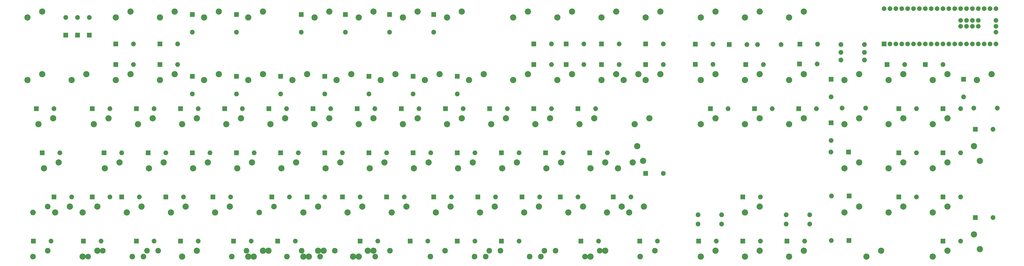
<source format=gbr>
G04 #@! TF.FileFunction,Soldermask,Bot*
%FSLAX46Y46*%
G04 Gerber Fmt 4.6, Leading zero omitted, Abs format (unit mm)*
G04 Created by KiCad (PCBNEW 4.0.5+dfsg1-4) date Tue Aug 15 04:46:25 2017*
%MOMM*%
%LPD*%
G01*
G04 APERTURE LIST*
%ADD10C,0.100000*%
%ADD11C,2.686000*%
%ADD12C,2.432000*%
%ADD13C,2.051000*%
%ADD14R,2.051000X2.051000*%
%ADD15C,2.000000*%
%ADD16R,2.000000X2.000000*%
G04 APERTURE END LIST*
D10*
D11*
X285115000Y-47307500D03*
X278765000Y-49847500D03*
X294640000Y-47307500D03*
X288290000Y-49847500D03*
X275590000Y-47307500D03*
X269240000Y-49847500D03*
X287496000Y-104458000D03*
X281146000Y-106998000D03*
X277955000Y-104458000D03*
X271605000Y-106998000D03*
X282735000Y-85407500D03*
X276385000Y-87947500D03*
X284655000Y-78422500D03*
X287195000Y-84772500D03*
X270828000Y-85407500D03*
X264478000Y-87947500D03*
X123190000Y-123508000D03*
X116840000Y-126048000D03*
D12*
X225596000Y-123508000D03*
X219246000Y-126048000D03*
X220821000Y-123508000D03*
X214471000Y-126048000D03*
D11*
X270828000Y-123508000D03*
X264478000Y-126048000D03*
D12*
X268446000Y-123508000D03*
X262096000Y-126048000D03*
X249396000Y-123508000D03*
X243046000Y-126048000D03*
X244634000Y-123508000D03*
X238284000Y-126048000D03*
D11*
X168434000Y-123508000D03*
X162084000Y-126048000D03*
X170812000Y-123508000D03*
X164462000Y-126048000D03*
D12*
X177965000Y-123508000D03*
X171615000Y-126048000D03*
X154146000Y-123508000D03*
X147796000Y-126048000D03*
D11*
X147002000Y-123508000D03*
X140652000Y-126048000D03*
D12*
X139827000Y-123508000D03*
X133477000Y-126048000D03*
X116027000Y-123508000D03*
X109677000Y-126048000D03*
D11*
X149384000Y-123508000D03*
X143034000Y-126048000D03*
X125555000Y-123508000D03*
X119205000Y-126048000D03*
X51736600Y-104458000D03*
X45386600Y-106998000D03*
X39847800Y-104458000D03*
X33497800Y-106998000D03*
D12*
X30305400Y-104458000D03*
X23955400Y-106998000D03*
X77946200Y-123508000D03*
X71596200Y-126048000D03*
X73183800Y-123508000D03*
X66833800Y-126048000D03*
X54133800Y-123508000D03*
X47783800Y-126048000D03*
D11*
X51752500Y-123508000D03*
X45402500Y-126048000D03*
D13*
X247650000Y-34290000D03*
D14*
X240030000Y-34290000D03*
D13*
X261620000Y-34290000D03*
D14*
X254000000Y-34290000D03*
D13*
X276860000Y-34290000D03*
D14*
X269240000Y-34290000D03*
D13*
X295910000Y-34290000D03*
D14*
X288290000Y-34290000D03*
D13*
X317310000Y-34350000D03*
D14*
X309690000Y-34350000D03*
D13*
X331960000Y-34500000D03*
D14*
X324340000Y-34500000D03*
D13*
X362410000Y-34400000D03*
D14*
X354790000Y-34400000D03*
D13*
X38100000Y-22860000D03*
D14*
X38100000Y-30480000D03*
D13*
X207010000Y-55880000D03*
D14*
X207010000Y-48260000D03*
D13*
X247650000Y-43180000D03*
D14*
X240030000Y-43180000D03*
D13*
X261620000Y-43180000D03*
D14*
X254000000Y-43180000D03*
D13*
X276860000Y-43180000D03*
D14*
X269240000Y-43180000D03*
D13*
X295910000Y-43180000D03*
D14*
X288290000Y-43180000D03*
D13*
X317360000Y-43050000D03*
D14*
X309740000Y-43050000D03*
D13*
X339090000Y-43180000D03*
D14*
X331470000Y-43180000D03*
D13*
X362260000Y-42900000D03*
D14*
X354640000Y-42900000D03*
D13*
X368300000Y-57160000D03*
D14*
X368300000Y-49540000D03*
D13*
X400050000Y-43180000D03*
D14*
X392430000Y-43180000D03*
D13*
X416560000Y-43180000D03*
D14*
X408940000Y-43180000D03*
D13*
X425450000Y-57150000D03*
D14*
X425450000Y-49530000D03*
D13*
X228600000Y-62230000D03*
D14*
X220980000Y-62230000D03*
D13*
X247650000Y-62230000D03*
D14*
X240030000Y-62230000D03*
D13*
X266700000Y-62230000D03*
D14*
X259080000Y-62230000D03*
D13*
X323850000Y-62230000D03*
D14*
X316230000Y-62230000D03*
D13*
X342900000Y-62230000D03*
D14*
X335280000Y-62230000D03*
D13*
X361950000Y-62230000D03*
D14*
X354330000Y-62230000D03*
D13*
X368300000Y-75910000D03*
D14*
X368300000Y-68290000D03*
D13*
X405130000Y-62230000D03*
D14*
X397510000Y-62230000D03*
D13*
X424180000Y-62230000D03*
D14*
X416560000Y-62230000D03*
D13*
X233680000Y-81280000D03*
D14*
X226060000Y-81280000D03*
D13*
X252730000Y-81280000D03*
D14*
X245110000Y-81280000D03*
D13*
X271780000Y-81280000D03*
D14*
X264160000Y-81280000D03*
D13*
X295910000Y-90170000D03*
D14*
X288290000Y-90170000D03*
D13*
X368240000Y-80950000D03*
D14*
X375860000Y-80950000D03*
D13*
X405130000Y-81280000D03*
D14*
X397510000Y-81280000D03*
D13*
X424180000Y-81280000D03*
D14*
X416560000Y-81280000D03*
D13*
X438150000Y-71120000D03*
D14*
X430530000Y-71120000D03*
D13*
X223520000Y-100330000D03*
D14*
X215900000Y-100330000D03*
D13*
X242570000Y-100330000D03*
D14*
X234950000Y-100330000D03*
D13*
X259080000Y-100330000D03*
D14*
X251460000Y-100330000D03*
D13*
X281940000Y-100330000D03*
D14*
X274320000Y-100330000D03*
D13*
X337820000Y-100330000D03*
D14*
X330200000Y-100330000D03*
D13*
X368490000Y-99900000D03*
D14*
X376110000Y-99900000D03*
D13*
X405130000Y-100330000D03*
D14*
X397510000Y-100330000D03*
D13*
X424180000Y-100330000D03*
D14*
X416560000Y-100330000D03*
D13*
X233680000Y-119380000D03*
D14*
X226060000Y-119380000D03*
D13*
X267970000Y-119380000D03*
D14*
X260350000Y-119380000D03*
D13*
X293370000Y-119380000D03*
D14*
X285750000Y-119380000D03*
D13*
X318770000Y-119380000D03*
D14*
X311150000Y-119380000D03*
D13*
X337820000Y-119380000D03*
D14*
X330200000Y-119380000D03*
D13*
X356870000Y-119380000D03*
D14*
X349250000Y-119380000D03*
D13*
X368340000Y-119150000D03*
D14*
X375960000Y-119150000D03*
D13*
X424180000Y-119380000D03*
D14*
X416560000Y-119380000D03*
D13*
X438150000Y-109220000D03*
D14*
X430530000Y-109220000D03*
D13*
X67310000Y-34290000D03*
D14*
X59690000Y-34290000D03*
D13*
X86360000Y-34290000D03*
D14*
X78740000Y-34290000D03*
D13*
X92710000Y-29210000D03*
D14*
X92710000Y-21590000D03*
D13*
X111760000Y-29210000D03*
D14*
X111760000Y-21590000D03*
D13*
X139700000Y-29210000D03*
D14*
X139700000Y-21590000D03*
D13*
X158750000Y-29210000D03*
D14*
X158750000Y-21590000D03*
D13*
X177800000Y-29210000D03*
D14*
X177800000Y-21590000D03*
D13*
X196850000Y-29210000D03*
D14*
X196850000Y-21590000D03*
D13*
X43180000Y-22860000D03*
D14*
X43180000Y-30480000D03*
D13*
X48260000Y-22860000D03*
D14*
X48260000Y-30480000D03*
D13*
X67310000Y-43180000D03*
D14*
X59690000Y-43180000D03*
D13*
X86360000Y-43180000D03*
D14*
X78740000Y-43180000D03*
D13*
X92710000Y-55880000D03*
D14*
X92710000Y-48260000D03*
D13*
X111760000Y-55880000D03*
D14*
X111760000Y-48260000D03*
D13*
X130810000Y-55880000D03*
D14*
X130810000Y-48260000D03*
D13*
X149860000Y-55880000D03*
D14*
X149860000Y-48260000D03*
D13*
X168910000Y-55880000D03*
D14*
X168910000Y-48260000D03*
D13*
X187960000Y-55880000D03*
D14*
X187960000Y-48260000D03*
D13*
X33020000Y-62230000D03*
D14*
X25400000Y-62230000D03*
D13*
X57150000Y-62230000D03*
D14*
X49530000Y-62230000D03*
D13*
X76200000Y-62230000D03*
D14*
X68580000Y-62230000D03*
D13*
X95250000Y-62230000D03*
D14*
X87630000Y-62230000D03*
D13*
X114300000Y-62230000D03*
D14*
X106680000Y-62230000D03*
D13*
X133350000Y-62230000D03*
D14*
X125730000Y-62230000D03*
D13*
X152400000Y-62230000D03*
D14*
X144780000Y-62230000D03*
D13*
X171450000Y-62230000D03*
D14*
X163830000Y-62230000D03*
D13*
X190500000Y-62230000D03*
D14*
X182880000Y-62230000D03*
D13*
X209550000Y-62230000D03*
D14*
X201930000Y-62230000D03*
D13*
X35560000Y-81280000D03*
D14*
X27940000Y-81280000D03*
D13*
X62230000Y-81280000D03*
D14*
X54610000Y-81280000D03*
D13*
X81280000Y-81280000D03*
D14*
X73660000Y-81280000D03*
D13*
X100330000Y-81280000D03*
D14*
X92710000Y-81280000D03*
D13*
X119380000Y-81280000D03*
D14*
X111760000Y-81280000D03*
D13*
X138430000Y-81280000D03*
D14*
X130810000Y-81280000D03*
D13*
X157480000Y-81280000D03*
D14*
X149860000Y-81280000D03*
D13*
X176530000Y-81280000D03*
D14*
X168910000Y-81280000D03*
D13*
X195580000Y-81280000D03*
D14*
X187960000Y-81280000D03*
D13*
X214630000Y-81280000D03*
D14*
X207010000Y-81280000D03*
D13*
X40640000Y-100330000D03*
D14*
X33020000Y-100330000D03*
D13*
X57150000Y-100330000D03*
D14*
X49530000Y-100330000D03*
D13*
X69850000Y-100330000D03*
D14*
X62230000Y-100330000D03*
D13*
X88900000Y-100330000D03*
D14*
X81280000Y-100330000D03*
D13*
X109220000Y-100330000D03*
D14*
X101600000Y-100330000D03*
D13*
X134620000Y-100330000D03*
D14*
X127000000Y-100330000D03*
D13*
X149860000Y-100330000D03*
D14*
X142240000Y-100330000D03*
D13*
X165100000Y-100330000D03*
D14*
X157480000Y-100330000D03*
D13*
X184150000Y-100330000D03*
D14*
X176530000Y-100330000D03*
D13*
X204470000Y-100330000D03*
D14*
X196850000Y-100330000D03*
D13*
X31750000Y-119380000D03*
D14*
X24130000Y-119380000D03*
D13*
X53340000Y-119380000D03*
D14*
X45720000Y-119380000D03*
D13*
X76200000Y-119380000D03*
D14*
X68580000Y-119380000D03*
D13*
X95250000Y-119380000D03*
D14*
X87630000Y-119380000D03*
D13*
X118110000Y-119380000D03*
D14*
X110490000Y-119380000D03*
D13*
X137160000Y-119380000D03*
D14*
X129540000Y-119380000D03*
D13*
X172720000Y-119380000D03*
D14*
X165100000Y-119380000D03*
D13*
X194310000Y-119380000D03*
D14*
X186690000Y-119380000D03*
D13*
X214630000Y-119380000D03*
D14*
X207010000Y-119380000D03*
D11*
X237490000Y-20320000D03*
X231140000Y-22860000D03*
X256540000Y-20320000D03*
X250190000Y-22860000D03*
X275590000Y-20320000D03*
X269240000Y-22860000D03*
X294640000Y-20320000D03*
X288290000Y-22860000D03*
X318452000Y-20320000D03*
X312102000Y-22860000D03*
X337502000Y-20320000D03*
X331152000Y-22860000D03*
X356552000Y-20320000D03*
X350202000Y-22860000D03*
X27940000Y-20320000D03*
X21590000Y-22860000D03*
X218440000Y-47307500D03*
X212090000Y-49847500D03*
X237490000Y-47307500D03*
X231140000Y-49847500D03*
X256540000Y-47307500D03*
X250190000Y-49847500D03*
X318452000Y-47307500D03*
X312102000Y-49847500D03*
X337502000Y-47307500D03*
X331152000Y-49847500D03*
X356552000Y-47307500D03*
X350202000Y-49847500D03*
X380365000Y-47307500D03*
X374015000Y-49847500D03*
X399415000Y-47307500D03*
X393065000Y-49847500D03*
X418465000Y-47307500D03*
X412115000Y-49847500D03*
X437515000Y-47307500D03*
X431165000Y-49847500D03*
X227965000Y-66357500D03*
X221615000Y-68897500D03*
X247015000Y-66357500D03*
X240665000Y-68897500D03*
X266065000Y-66357500D03*
X259715000Y-68897500D03*
X318452000Y-66357500D03*
X312102000Y-68897500D03*
X337502000Y-66357500D03*
X331152000Y-68897500D03*
X356552000Y-66357500D03*
X350202000Y-68897500D03*
X380365000Y-66357500D03*
X374015000Y-68897500D03*
X399415000Y-66357500D03*
X393065000Y-68897500D03*
X418465000Y-66357500D03*
X412115000Y-68897500D03*
X232728000Y-85407500D03*
X226378000Y-87947500D03*
X251778000Y-85407500D03*
X245428000Y-87947500D03*
X289878000Y-66357500D03*
X283528000Y-68897500D03*
X380365000Y-85407500D03*
X374015000Y-87947500D03*
X399415000Y-85407500D03*
X393065000Y-87947500D03*
X418465000Y-85407500D03*
X412115000Y-87947500D03*
X429895000Y-78422500D03*
X432435000Y-84772500D03*
X223202000Y-104458000D03*
X216852000Y-106998000D03*
X242252000Y-104458000D03*
X235902000Y-106998000D03*
X261302000Y-104458000D03*
X254952000Y-106998000D03*
X337502000Y-104458000D03*
X331152000Y-106998000D03*
X380365000Y-104458000D03*
X374015000Y-106998000D03*
X399415000Y-104458000D03*
X393065000Y-106998000D03*
X418465000Y-104458000D03*
X412115000Y-106998000D03*
D12*
X292249000Y-123508000D03*
X285899000Y-126048000D03*
D11*
X318452000Y-123508000D03*
X312102000Y-126048000D03*
X337502000Y-123508000D03*
X331152000Y-126048000D03*
X356552000Y-123508000D03*
X350202000Y-126048000D03*
X389890000Y-123508000D03*
X383540000Y-126048000D03*
X418465000Y-123508000D03*
X412115000Y-126048000D03*
X429895000Y-116522000D03*
X432435000Y-122872000D03*
X66040000Y-20320000D03*
X59690000Y-22860000D03*
X85090000Y-20320000D03*
X78740000Y-22860000D03*
X104140000Y-20320000D03*
X97790000Y-22860000D03*
X123190000Y-20320000D03*
X116840000Y-22860000D03*
X151765000Y-20320000D03*
X145415000Y-22860000D03*
X170815000Y-20320000D03*
X164465000Y-22860000D03*
X189865000Y-20320000D03*
X183515000Y-22860000D03*
X208915000Y-20320000D03*
X202565000Y-22860000D03*
X27940000Y-47307500D03*
X21590000Y-49847500D03*
X46990000Y-47307500D03*
X40640000Y-49847500D03*
X66040000Y-47307500D03*
X59690000Y-49847500D03*
X85090000Y-47307500D03*
X78740000Y-49847500D03*
X104140000Y-47307500D03*
X97790000Y-49847500D03*
X123190000Y-47307500D03*
X116840000Y-49847500D03*
X142240000Y-47307500D03*
X135890000Y-49847500D03*
X161290000Y-47307500D03*
X154940000Y-49847500D03*
X180340000Y-47307500D03*
X173990000Y-49847500D03*
X199390000Y-47307500D03*
X193040000Y-49847500D03*
X32702500Y-66357500D03*
X26352500Y-68897500D03*
X56515000Y-66357500D03*
X50165000Y-68897500D03*
X75565000Y-66357500D03*
X69215000Y-68897500D03*
X94615000Y-66357500D03*
X88265000Y-68897500D03*
X113665000Y-66357500D03*
X107315000Y-68897500D03*
X132715000Y-66357500D03*
X126365000Y-68897500D03*
X151765000Y-66357500D03*
X145415000Y-68897500D03*
X170815000Y-66357500D03*
X164465000Y-68897500D03*
X189865000Y-66357500D03*
X183515000Y-68897500D03*
X208915000Y-66357500D03*
X202565000Y-68897500D03*
X35084700Y-85407500D03*
X28734700Y-87947500D03*
X61277500Y-85407500D03*
X54927500Y-87947500D03*
X80327500Y-85407500D03*
X73977500Y-87947500D03*
X99377500Y-85407500D03*
X93027500Y-87947500D03*
X118428000Y-85407500D03*
X112078000Y-87947500D03*
X137478000Y-85407500D03*
X131128000Y-87947500D03*
X156528000Y-85407500D03*
X150178000Y-87947500D03*
X175578000Y-85407500D03*
X169228000Y-87947500D03*
X194628000Y-85407500D03*
X188278000Y-87947500D03*
X213678000Y-85407500D03*
X207328000Y-87947500D03*
X70802500Y-104458000D03*
X64452500Y-106998000D03*
X89852500Y-104458000D03*
X83502500Y-106998000D03*
X108902000Y-104458000D03*
X102552000Y-106998000D03*
D12*
X127952000Y-104458000D03*
X121602000Y-106998000D03*
D11*
X147002000Y-104458000D03*
X140652000Y-106998000D03*
X166052000Y-104458000D03*
X159702000Y-106998000D03*
X185102000Y-104458000D03*
X178752000Y-106998000D03*
X204152000Y-104458000D03*
X197802000Y-106998000D03*
D12*
X30322800Y-123508000D03*
X23972800Y-126048000D03*
D11*
X94615000Y-123508000D03*
X88265000Y-126048000D03*
D12*
X201769000Y-123508000D03*
X195419000Y-126048000D03*
D15*
X411480000Y-34290000D03*
X414020000Y-34290000D03*
X416560000Y-34290000D03*
X408940000Y-34290000D03*
X406400000Y-34290000D03*
X403860000Y-34290000D03*
X401320000Y-34290000D03*
X398780000Y-34290000D03*
X396240000Y-34290000D03*
X393700000Y-34290000D03*
D16*
X391160000Y-34290000D03*
D15*
X419100000Y-34290000D03*
X421640000Y-34290000D03*
X424180000Y-34290000D03*
X426720000Y-34290000D03*
X429260000Y-34290000D03*
X431800000Y-34290000D03*
X434340000Y-34290000D03*
X436880000Y-34290000D03*
X439420000Y-34290000D03*
X439420000Y-29210000D03*
X439420000Y-26670000D03*
X439420000Y-24130000D03*
X439420000Y-19050000D03*
X436880000Y-19050000D03*
X434340000Y-19050000D03*
X431800000Y-19050000D03*
X429260000Y-19050000D03*
X426720000Y-19050000D03*
X424180000Y-19050000D03*
X421640000Y-19050000D03*
X419100000Y-19050000D03*
X416560000Y-19050000D03*
X414020000Y-19050000D03*
X411480000Y-19050000D03*
X408940000Y-19050000D03*
X406400000Y-19050000D03*
X403860000Y-19050000D03*
X401320000Y-19050000D03*
X398780000Y-19050000D03*
X396240000Y-19050000D03*
X393700000Y-19050000D03*
X391160000Y-19050000D03*
X424180000Y-24130000D03*
X426720000Y-24130000D03*
X429260000Y-24130000D03*
X431800000Y-24130000D03*
X424180000Y-26670000D03*
X426720000Y-26670000D03*
X429260000Y-26670000D03*
X431800000Y-26670000D03*
D13*
X346680000Y-34500000D03*
X336520000Y-34500000D03*
X372500000Y-34560000D03*
X382660000Y-34560000D03*
X373070000Y-61950000D03*
X383230000Y-61950000D03*
X429820000Y-62000000D03*
X439980000Y-62000000D03*
X372500000Y-37940000D03*
X382660000Y-37940000D03*
X372500000Y-41250000D03*
X382660000Y-41250000D03*
X321080000Y-112000000D03*
X310920000Y-112000000D03*
X321080000Y-108000000D03*
X310920000Y-108000000D03*
X359080000Y-108000000D03*
X348920000Y-108000000D03*
X348920000Y-112000000D03*
X359080000Y-112000000D03*
M02*

</source>
